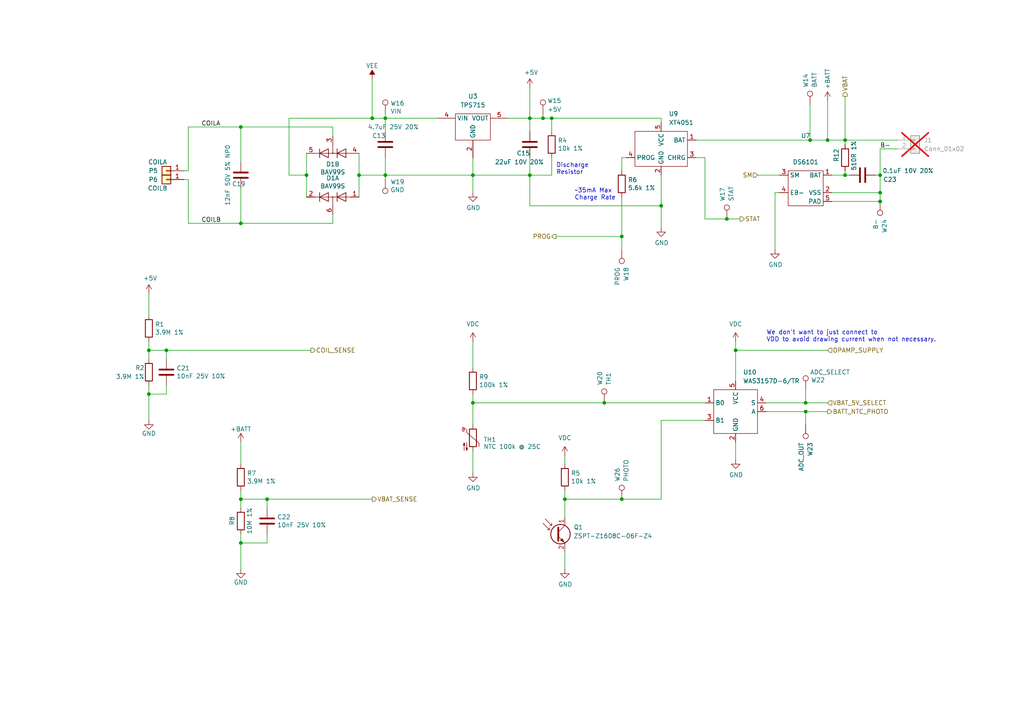
<source format=kicad_sch>
(kicad_sch (version 20250114) (generator "eeschema") (generator_version "9.0")
  (paper "A4")
  (title_block (title "Pixels D20 Schematic, Main") (date "2022-08-26") (rev "13") (company "Systemic Games, LLC") (comment 1 "Wireless Charging Circuitry"))
  (lib_symbols
    (symbol "Connector_Generic:Conn_01x01" (pin_names (offset 1.016) (hide yes))
      (property "Reference" "J" (at 0 2.54 0))
      (property "Value" "Conn_01x01" (at 0 -2.54 0))
      (symbol "Conn_01x01_1_1"
        (rectangle (start -1.27 1.27) (end 1.27 -1.27) (stroke (width 0.254)) (fill (type background)))
        (rectangle (start -1.27 0.127) (end 0 -0.127) (stroke (width 0.1524)))
        (pin passive line (at -5.08 0 0) (length 3.81) (name "Pin_1") (number "1"))
      )
    )
    (symbol "Connector_Generic:Conn_01x02" (pin_names (offset 1.016) (hide yes))
      (property "Reference" "J" (at 0 2.54 0))
      (property "Value" "Conn_01x02" (at 0 -5.08 0))
      (symbol "Conn_01x02_1_1"
        (rectangle (start -1.27 1.27) (end 1.27 -3.81) (stroke (width 0.254)) (fill (type background)))
        (rectangle (start -1.27 0.127) (end 0 -0.127) (stroke (width 0.1524)))
        (rectangle (start -1.27 -2.413) (end 0 -2.667) (stroke (width 0.1524)))
        (pin passive line (at -5.08 0 0) (length 3.81) (name "Pin_1") (number "1"))
        (pin passive line (at -5.08 -2.54 0) (length 3.81) (name "Pin_2") (number "2"))
      )
    )
    (symbol "Device:C" (pin_numbers (hide yes)) (pin_names (offset 0.254))
      (property "Reference" "C" (at 0.635 2.54 0))
      (property "Value" "C" (at 0.635 -2.54 0))
      (symbol "C_0_1"
        (polyline (pts (xy -2.032 0.762) (xy 2.032 0.762)) (stroke (width 0.508)))
        (polyline (pts (xy -2.032 -0.762) (xy 2.032 -0.762)) (stroke (width 0.508)))
      )
      (symbol "C_1_1"
        (pin passive line (at 0 3.81 270) (length 2.794) (name "~") (number "1"))
        (pin passive line (at 0 -3.81 90) (length 2.794) (name "~") (number "2"))
      )
    )
    (symbol "Device:Q_Photo_NPN" (pin_names (offset 0) (hide yes))
      (property "Reference" "Q" (at 5.08 1.27 0))
      (property "Value" "Q_Photo_NPN" (at 5.08 -1.27 0))
      (symbol "Q_Photo_NPN_0_1"
        (polyline (pts (xy -3.81 3.175) (xy -1.905 1.27) (xy -1.905 1.905)))
        (polyline (pts (xy -3.175 4.445) (xy -1.27 2.54) (xy -1.27 3.175)))
        (polyline (pts (xy -1.905 1.27) (xy -2.54 1.27)))
        (polyline (pts (xy -1.27 2.54) (xy -1.905 2.54)))
        (polyline (pts (xy 0.635 1.905) (xy 0.635 -1.905) (xy 0.635 -1.905)) (stroke (width 0.508)))
        (polyline (pts (xy 0.635 0.635) (xy 2.54 2.54)))
        (polyline (pts (xy 0.635 -0.635) (xy 2.54 -2.54) (xy 2.54 -2.54)))
        (circle (center 1.27 0) (radius 2.8194) (stroke (width 0.254)))
        (polyline (pts (xy 1.27 -1.778) (xy 1.778 -1.27) (xy 2.286 -2.286) (xy 1.27 -1.778) (xy 1.27 -1.778)) (fill (type outline)))
      )
      (symbol "Q_Photo_NPN_1_1"
        (pin passive line (at 2.54 5.08 270) (length 2.54) (name "C") (number "1"))
        (pin passive line (at 2.54 -5.08 90) (length 2.54) (name "E") (number "2"))
      )
    )
    (symbol "Device:R" (pin_numbers (hide yes)) (pin_names (offset 0))
      (property "Reference" "R" (at 2.032 0 90))
      (property "Value" "R" (at 0 0 90))
      (symbol "R_0_1"
        (rectangle (start -1.016 -2.54) (end 1.016 2.54) (stroke (width 0.254)))
      )
      (symbol "R_1_1"
        (pin passive line (at 0 3.81 270) (length 1.27) (name "~") (number "1"))
        (pin passive line (at 0 -3.81 90) (length 1.27) (name "~") (number "2"))
      )
    )
    (symbol "Device:Thermistor_NTC" (pin_numbers (hide yes)) (pin_names (offset 0))
      (property "Reference" "TH" (at -4.445 0 90))
      (property "Value" "Thermistor_NTC" (at 3.175 0 90))
      (symbol "Thermistor_NTC_0_1"
        (arc (start -3.175 2.413) (mid -3.0506 2.3165) (end -3.048 2.159))
        (arc (start -3.048 2.794) (mid -2.9736 2.9736) (end -2.794 3.048))
        (arc (start -2.794 3.048) (mid -2.6144 2.9736) (end -2.54 2.794))
        (arc (start -2.794 2.54) (mid -2.9736 2.6144) (end -3.048 2.794))
        (arc (start -2.794 1.905) (mid -2.9736 1.9794) (end -3.048 2.159))
        (arc (start -2.54 2.159) (mid -2.6144 1.9794) (end -2.794 1.905))
        (arc (start -2.159 2.794) (mid -2.434 2.5608) (end -2.794 2.54))
        (polyline (pts (xy -2.54 2.159) (xy -2.54 2.794)))
        (polyline (pts (xy -2.54 -3.683) (xy -2.54 -1.397) (xy -2.794 -2.159) (xy -2.286 -2.159) (xy -2.54 -1.397) (xy -2.54 -1.651)) (fill (type outline)))
        (polyline (pts (xy -1.778 2.54) (xy -1.778 1.524) (xy 1.778 -1.524) (xy 1.778 -2.54)))
        (polyline (pts (xy -1.778 -1.397) (xy -1.778 -3.683) (xy -2.032 -2.921) (xy -1.524 -2.921) (xy -1.778 -3.683) (xy -1.778 -3.429)) (fill (type outline)))
        (rectangle (start -1.016 2.54) (end 1.016 -2.54) (stroke (width 0.254)))
      )
      (symbol "Thermistor_NTC_1_1"
        (pin passive line (at 0 3.81 270) (length 1.27) (name "~") (number "1"))
        (pin passive line (at 0 -3.81 90) (length 1.27) (name "~") (number "2"))
      )
    )
    (symbol "Pixels-dice:BAV99S-diode" (pin_names (offset 0.0254) (hide yes))
      (property "Reference" "D" (at 0 2.54 0))
      (property "Value" "BAV99S-diode" (at 0 5.08 0))
      (symbol "BAV99S-diode_0_1"
        (polyline (pts (xy -5.08 0) (xy 5.08 0)))
        (polyline (pts (xy -3.81 1.27) (xy -1.27 0) (xy -3.81 -1.27) (xy -3.81 1.27) (xy -3.81 1.27) (xy -3.81 1.27)) (stroke (width 0.2032)))
        (polyline (pts (xy -1.27 -1.27) (xy -1.27 1.27) (xy -1.27 1.27)) (stroke (width 0.2032)))
        (polyline (pts (xy 0 0) (xy 0 -2.54)))
        (circle (center 0 0) (radius 0.127))
        (polyline (pts (xy 1.27 1.27) (xy 3.81 0) (xy 1.27 -1.27) (xy 1.27 1.27) (xy 1.27 1.27) (xy 1.27 1.27)) (stroke (width 0.2032)))
        (polyline (pts (xy 3.81 1.27) (xy 3.81 -1.27) (xy 3.81 -1.27)) (stroke (width 0.2032)))
      )
      (symbol "BAV99S-diode_1_1"
        (polyline (pts (xy 6.35 0) (xy 7.62 0)))
        (pin passive line (at -7.62 0 0) (length 2.54) (name "A1") (number "1"))
        (pin passive line (at 0 -5.08 90) (length 2.54) (name "K3A4") (number "6"))
        (pin passive line (at 7.62 0 180) (length 2.54) (name "K2") (number "2"))
      )
      (symbol "BAV99S-diode_2_1"
        (polyline (pts (xy 6.35 0) (xy 7.62 0)))
        (pin passive line (at -7.62 0 0) (length 2.54) (name "A3") (number "4"))
        (pin passive line (at 0 -5.08 90) (length 2.54) (name "K1A2") (number "3"))
        (pin passive line (at 7.62 0 180) (length 2.54) (name "K4") (number "5"))
      )
    )
    (symbol "Pixels-dice:DS6101"
      (property "Reference" "U" (at 3.556 -6.35 0))
      (property "Value" "DS6101" (at 0 0 0))
      (symbol "DS6101_0_1"
        (rectangle (start -5.08 5.08) (end 5.08 -5.08))
      )
      (symbol "DS6101_1_1"
        (pin input line (at -7.62 3.81 0) (length 2.54) (name "SM") (number "3"))
        (pin input line (at -7.62 -1.27 0) (length 2.54) (name "EB-") (number "4"))
        (pin power_in line (at 7.62 3.81 180) (length 2.54) (name "BAT") (number "1"))
        (pin power_in line (at 7.62 -1.27 180) (length 2.54) (name "VSS") (number "2"))
        (pin free line (at 7.62 -3.81 180) (length 2.54) (name "PAD") (number "5"))
      )
    )
    (symbol "Pixels-dice:TEST_1P-conn" (pin_numbers (hide yes)) (pin_names (offset 0.762) (hide yes))
      (property "Reference" "W" (at 0 6.858 0))
      (property "Value" "TEST_1P-conn" (at 0 5.08 0))
      (symbol "TEST_1P-conn_0_1"
        (circle (center 0 3.302) (radius 0.762))
      )
      (symbol "TEST_1P-conn_1_1"
        (pin passive line (at 0 0 90) (length 2.54) (name "1") (number "1"))
      )
    )
    (symbol "Pixels-dice:TPS715"
      (property "Reference" "U" (at 3.048 -5.08 0))
      (property "Value" "TPS715" (at -0.254 5.08 0))
      (symbol "TPS715_0_1"
        (rectangle (start -5.08 3.81) (end 5.08 -3.81))
      )
      (symbol "TPS715_1_1"
        (pin power_in line (at -10.16 2.54 0) (length 5.08) (name "VIN") (number "4"))
        (pin power_in line (at 0 -8.89 90) (length 5.08) (name "GND") (number "2"))
        (pin power_out line (at 10.16 2.54 180) (length 5.08) (name "VOUT") (number "5"))
      )
    )
    (symbol "Pixels-dice:WAS3157D-6/TR"
      (property "Reference" "U" (at 3.81 -7.874 0))
      (property "Value" "WAS3157D-6/TR" (at 12.954 7.62 0))
      (symbol "WAS3157D-6/TR_0_1"
        (rectangle (start -6.35 6.35) (end 6.35 -6.35))
      )
      (symbol "WAS3157D-6/TR_1_1"
        (pin bidirectional line (at -8.89 2.54 0) (length 2.54) (name "B0") (number "1"))
        (pin bidirectional line (at -8.89 -2.54 0) (length 2.54) (name "B1") (number "3"))
        (pin power_in line (at 0 8.89 270) (length 2.54) (name "VCC") (number "5"))
        (pin power_in line (at 0 -8.89 90) (length 2.54) (name "GND") (number "2"))
        (pin input line (at 8.89 2.54 180) (length 2.54) (name "S") (number "4"))
        (pin bidirectional line (at 8.89 0 180) (length 2.54) (name "A") (number "6"))
      )
    )
    (symbol "Pixels-dice:XT4051"
      (property "Reference" "U" (at 5.334 -6.35 0))
      (property "Value" "XT4051" (at 0 1.27 0))
      (symbol "XT4051_0_1"
        (rectangle (start -7.62 5.08) (end 7.62 -5.08))
      )
      (symbol "XT4051_1_1"
        (pin input line (at -10.16 -2.54 0) (length 2.54) (name "PROG") (number "4"))
        (pin power_in line (at 0 7.62 270) (length 2.54) (name "VCC") (number "5"))
        (pin power_in line (at 0 -7.62 90) (length 2.54) (name "GND") (number "2"))
        (pin power_out line (at 10.16 2.54 180) (length 2.54) (name "BAT") (number "1"))
        (pin output line (at 10.16 -2.54 180) (length 2.54) (name "CHRG") (number "3"))
      )
    )
    (symbol "power:+5V" (power) (pin_names (offset 0))
      (property "Value" "+5V" (at 0 3.556 0))
      (symbol "+5V_0_1"
        (polyline (pts (xy -0.762 1.27) (xy 0 2.54)))
        (polyline (pts (xy 0 2.54) (xy 0.762 1.27)))
        (polyline (pts (xy 0 0) (xy 0 2.54)))
      )
      (symbol "+5V_1_1"
        (pin power_in line (at 0 0 90) (length 0) (hide yes) (name "+5V") (number "1"))
      )
    )
    (symbol "power:+BATT" (power) (pin_names (offset 0))
      (property "Value" "+BATT" (at 0 3.556 0))
      (symbol "+BATT_0_1"
        (polyline (pts (xy -0.762 1.27) (xy 0 2.54)))
        (polyline (pts (xy 0 2.54) (xy 0.762 1.27)))
        (polyline (pts (xy 0 0) (xy 0 2.54)))
      )
      (symbol "+BATT_1_1"
        (pin power_in line (at 0 0 90) (length 0) (hide yes) (name "+BATT") (number "1"))
      )
    )
    (symbol "power:GND" (power) (pin_names (offset 0))
      (property "Value" "GND" (at 0 -3.81 0))
      (symbol "GND_0_1"
        (polyline (pts (xy 0 0) (xy 0 -1.27) (xy 1.27 -1.27) (xy 0 -2.54) (xy -1.27 -1.27) (xy 0 -1.27)))
      )
      (symbol "GND_1_1"
        (pin power_in line (at 0 0 270) (length 0) (hide yes) (name "GND") (number "1"))
      )
    )
    (symbol "power:VDC" (power) (pin_numbers (hide yes)) (pin_names (offset 0) (hide yes))
      (property "Value" "VDC" (at 0 3.556 0))
      (symbol "VDC_0_1"
        (polyline (pts (xy -0.762 1.27) (xy 0 2.54)))
        (polyline (pts (xy 0 2.54) (xy 0.762 1.27)))
        (polyline (pts (xy 0 0) (xy 0 2.54)))
      )
      (symbol "VDC_1_1"
        (pin power_in line (at 0 0 90) (length 0) (name "~") (number "1"))
      )
    )
    (symbol "power:VEE" (power) (pin_names (offset 0))
      (property "Value" "VEE" (at 0 3.81 0))
      (symbol "VEE_0_1"
        (polyline (pts (xy 0 0) (xy 0 2.54)))
        (polyline (pts (xy 0.762 1.27) (xy -0.762 1.27) (xy 0 2.54) (xy 0.762 1.27)) (fill (type outline)))
      )
      (symbol "VEE_1_1"
        (pin power_in line (at 0 0 90) (length 0) (hide yes) (name "VEE") (number "1"))
      )
    )
  )
  (text "We don't want to just connect to\nVDD to avoid drawing current when not necessary." (at 222.25 99.314 0) (effects (font (size 1.27 1.27)) (justify left bottom)))
  (text "~35mA Max\nCharge Rate" (at 166.624 58.166 0) (effects (font (size 1.27 1.27)) (justify left bottom)))
  (text "Discharge\nResistor" (at 161.29 50.8 0) (effects (font (size 1.27 1.27)) (justify left bottom)))
  (junction (at 88.9 50.8))
  (junction (at 245.11 40.64))
  (junction (at 255.27 50.8))
  (junction (at 43.18 101.6))
  (junction (at 43.18 114.3))
  (junction (at 191.77 59.69))
  (junction (at 255.27 58.42))
  (junction (at 163.83 144.78))
  (junction (at 77.47 144.78))
  (junction (at 160.02 34.29))
  (junction (at 180.34 144.78))
  (junction (at 153.67 50.8))
  (junction (at 240.03 40.64))
  (junction (at 137.16 50.8))
  (junction (at 111.76 50.8))
  (junction (at 69.85 36.83))
  (junction (at 137.16 116.84))
  (junction (at 175.26 116.84))
  (junction (at 111.76 34.29))
  (junction (at 255.27 55.88))
  (junction (at 233.68 119.38))
  (junction (at 233.68 116.84))
  (junction (at 69.85 157.48))
  (junction (at 48.26 101.6))
  (junction (at 234.95 40.64))
  (junction (at 153.67 34.29))
  (junction (at 69.85 64.77))
  (junction (at 213.36 101.6))
  (junction (at 157.48 34.29))
  (junction (at 245.11 50.8))
  (junction (at 69.85 144.78))
  (junction (at 104.14 50.8))
  (junction (at 210.82 63.5))
  (junction (at 107.95 34.29))
  (junction (at 180.34 68.58))
  (wire (pts (xy 245.11 40.64) (xy 245.11 41.91)))
  (wire (pts (xy 160.02 45.72) (xy 160.02 50.8)))
  (wire (pts (xy 180.34 57.15) (xy 180.34 68.58)))
  (wire (pts (xy 153.67 59.69) (xy 191.77 59.69)))
  (wire (pts (xy 245.11 50.8) (xy 241.3 50.8)))
  (wire (pts (xy 213.36 101.6) (xy 213.36 110.49)))
  (wire (pts (xy 233.68 119.38) (xy 240.03 119.38)))
  (wire (pts (xy 69.85 64.77) (xy 54.61 64.77)))
  (wire (pts (xy 234.95 40.64) (xy 240.03 40.64)))
  (wire (pts (xy 180.34 144.78) (xy 191.77 144.78)))
  (wire (pts (xy 77.47 157.48) (xy 69.85 157.48)))
  (wire (pts (xy 43.18 111.76) (xy 43.18 114.3)))
  (wire (pts (xy 153.67 50.8) (xy 153.67 59.69)))
  (wire (pts (xy 222.25 116.84) (xy 233.68 116.84)))
  (wire (pts (xy 255.27 43.18) (xy 260.35 43.18)))
  (wire (pts (xy 111.76 34.29) (xy 127 34.29)))
  (wire (pts (xy 147.32 34.29) (xy 153.67 34.29)))
  (wire (pts (xy 157.48 33.02) (xy 157.48 34.29)))
  (wire (pts (xy 204.47 63.5) (xy 210.82 63.5)))
  (wire (pts (xy 43.18 91.44) (xy 43.18 85.09)))
  (wire (pts (xy 163.83 142.24) (xy 163.83 144.78)))
  (wire (pts (xy 69.85 36.83) (xy 54.61 36.83)))
  (wire (pts (xy 160.02 34.29) (xy 160.02 38.1)))
  (wire (pts (xy 245.11 27.94) (xy 245.11 40.64)))
  (wire (pts (xy 153.67 25.4) (xy 153.67 34.29)))
  (wire (pts (xy 245.11 40.64) (xy 240.03 40.64)))
  (wire (pts (xy 54.61 64.77) (xy 54.61 52.07)))
  (wire (pts (xy 163.83 132.08) (xy 163.83 134.62)))
  (wire (pts (xy 88.9 44.45) (xy 88.9 50.8)))
  (wire (pts (xy 153.67 50.8) (xy 153.67 45.72)))
  (wire (pts (xy 163.83 144.78) (xy 180.34 144.78)))
  (wire (pts (xy 254 50.8) (xy 255.27 50.8)))
  (wire (pts (xy 160.02 34.29) (xy 191.77 34.29)))
  (wire (pts (xy 234.95 30.48) (xy 234.95 40.64)))
  (wire (pts (xy 204.47 45.72) (xy 204.47 63.5)))
  (wire (pts (xy 43.18 99.06) (xy 43.18 101.6)))
  (wire (pts (xy 54.61 49.53) (xy 53.34 49.53)))
  (wire (pts (xy 43.18 114.3) (xy 43.18 121.92)))
  (wire (pts (xy 43.18 104.14) (xy 43.18 101.6)))
  (wire (pts (xy 137.16 99.06) (xy 137.16 106.68)))
  (wire (pts (xy 54.61 36.83) (xy 54.61 49.53)))
  (wire (pts (xy 88.9 50.8) (xy 88.9 57.15)))
  (wire (pts (xy 157.48 34.29) (xy 160.02 34.29)))
  (wire (pts (xy 104.14 44.45) (xy 104.14 50.8)))
  (wire (pts (xy 137.16 50.8) (xy 153.67 50.8)))
  (wire (pts (xy 255.27 55.88) (xy 241.3 55.88)))
  (wire (pts (xy 104.14 50.8) (xy 104.14 57.15)))
  (wire (pts (xy 111.76 33.02) (xy 111.76 34.29)))
  (wire (pts (xy 77.47 144.78) (xy 69.85 144.78)))
  (wire (pts (xy 240.03 101.6) (xy 213.36 101.6)))
  (wire (pts (xy 77.47 154.94) (xy 77.47 157.48)))
  (wire (pts (xy 48.26 111.76) (xy 48.26 114.3)))
  (wire (pts (xy 137.16 116.84) (xy 175.26 116.84)))
  (wire (pts (xy 222.25 119.38) (xy 233.68 119.38)))
  (wire (pts (xy 233.68 119.38) (xy 233.68 123.19)))
  (wire (pts (xy 43.18 101.6) (xy 48.26 101.6)))
  (wire (pts (xy 137.16 114.3) (xy 137.16 116.84)))
  (wire (pts (xy 163.83 160.02) (xy 163.83 165.1)))
  (wire (pts (xy 245.11 50.8) (xy 246.38 50.8)))
  (wire (pts (xy 96.52 62.23) (xy 96.52 64.77)))
  (wire (pts (xy 111.76 34.29) (xy 111.76 38.1)))
  (wire (pts (xy 137.16 50.8) (xy 137.16 55.88)))
  (wire (pts (xy 204.47 45.72) (xy 201.93 45.72)))
  (wire (pts (xy 233.68 116.84) (xy 240.03 116.84)))
  (wire (pts (xy 137.16 130.81) (xy 137.16 137.16)))
  (wire (pts (xy 213.36 99.06) (xy 213.36 101.6)))
  (wire (pts (xy 69.85 144.78) (xy 69.85 147.32)))
  (wire (pts (xy 69.85 128.27) (xy 69.85 134.62)))
  (wire (pts (xy 69.85 154.94) (xy 69.85 157.48)))
  (wire (pts (xy 77.47 144.78) (xy 107.95 144.78)))
  (wire (pts (xy 175.26 116.84) (xy 204.47 116.84)))
  (wire (pts (xy 240.03 29.21) (xy 240.03 40.64)))
  (wire (pts (xy 48.26 101.6) (xy 90.17 101.6)))
  (wire (pts (xy 69.85 54.61) (xy 69.85 64.77)))
  (wire (pts (xy 111.76 50.8) (xy 104.14 50.8)))
  (wire (pts (xy 241.3 58.42) (xy 255.27 58.42)))
  (wire (pts (xy 191.77 35.56) (xy 191.77 34.29)))
  (wire (pts (xy 48.26 104.14) (xy 48.26 101.6)))
  (wire (pts (xy 191.77 50.8) (xy 191.77 59.69)))
  (wire (pts (xy 161.29 68.58) (xy 180.34 68.58)))
  (wire (pts (xy 213.36 128.27) (xy 213.36 133.35)))
  (wire (pts (xy 233.68 113.03) (xy 233.68 116.84)))
  (wire (pts (xy 224.79 55.88) (xy 224.79 72.39)))
  (wire (pts (xy 210.82 63.5) (xy 214.63 63.5)))
  (wire (pts (xy 153.67 34.29) (xy 153.67 38.1)))
  (wire (pts (xy 83.82 34.29) (xy 107.95 34.29)))
  (wire (pts (xy 137.16 45.72) (xy 137.16 50.8)))
  (wire (pts (xy 54.61 52.07) (xy 53.34 52.07)))
  (wire (pts (xy 69.85 36.83) (xy 96.52 36.83)))
  (wire (pts (xy 88.9 50.8) (xy 83.82 50.8)))
  (wire (pts (xy 77.47 144.78) (xy 77.47 147.32)))
  (wire (pts (xy 48.26 114.3) (xy 43.18 114.3)))
  (wire (pts (xy 219.71 50.8) (xy 226.06 50.8)))
  (wire (pts (xy 181.61 45.72) (xy 180.34 45.72)))
  (wire (pts (xy 111.76 52.07) (xy 111.76 50.8)))
  (wire (pts (xy 160.02 50.8) (xy 153.67 50.8)))
  (wire (pts (xy 69.85 142.24) (xy 69.85 144.78)))
  (wire (pts (xy 255.27 58.42) (xy 255.27 55.88)))
  (wire (pts (xy 153.67 34.29) (xy 157.48 34.29)))
  (wire (pts (xy 245.11 40.64) (xy 260.35 40.64)))
  (wire (pts (xy 191.77 144.78) (xy 191.77 121.92)))
  (wire (pts (xy 201.93 40.64) (xy 234.95 40.64)))
  (wire (pts (xy 83.82 50.8) (xy 83.82 34.29)))
  (wire (pts (xy 69.85 157.48) (xy 69.85 165.1)))
  (wire (pts (xy 107.95 22.86) (xy 107.95 34.29)))
  (wire (pts (xy 111.76 45.72) (xy 111.76 50.8)))
  (wire (pts (xy 191.77 121.92) (xy 204.47 121.92)))
  (wire (pts (xy 111.76 50.8) (xy 137.16 50.8)))
  (wire (pts (xy 96.52 39.37) (xy 96.52 36.83)))
  (wire (pts (xy 163.83 144.78) (xy 163.83 149.86)))
  (wire (pts (xy 180.34 45.72) (xy 180.34 49.53)))
  (wire (pts (xy 180.34 68.58) (xy 180.34 72.39)))
  (wire (pts (xy 69.85 46.99) (xy 69.85 36.83)))
  (wire (pts (xy 191.77 59.69) (xy 191.77 66.04)))
  (wire (pts (xy 224.79 55.88) (xy 226.06 55.88)))
  (wire (pts (xy 245.11 49.53) (xy 245.11 50.8)))
  (wire (pts (xy 255.27 50.8) (xy 255.27 55.88)))
  (wire (pts (xy 255.27 43.18) (xy 255.27 50.8)))
  (wire (pts (xy 107.95 34.29) (xy 111.76 34.29)))
  (wire (pts (xy 137.16 116.84) (xy 137.16 123.19)))
  (wire (pts (xy 69.85 64.77) (xy 96.52 64.77)))
  (label "COILB" (at 58.42 64.77 0))
  (label "COILA" (at 58.42 36.83 0))
  (label "B-" (at 255.27 43.18 0))
  (hierarchical_label "PROG" (shape output) (at 161.29 68.58 180))
  (hierarchical_label "VBAT_5V_SELECT" (shape input) (at 240.03 116.84 0))
  (hierarchical_label "VBAT" (shape output) (at 245.11 27.94 90))
  (hierarchical_label "SM" (shape input) (at 219.71 50.8 180))
  (hierarchical_label "VBAT_SENSE" (shape output) (at 107.95 144.78 0))
  (hierarchical_label "COIL_SENSE" (shape output) (at 90.17 101.6 0))
  (hierarchical_label "STAT" (shape output) (at 214.63 63.5 0))
  (hierarchical_label "BATT_NTC_PHOTO" (shape output) (at 240.03 119.38 0))
  (hierarchical_label "OPAMP_SUPPLY" (shape input) (at 240.03 101.6 0))
  (symbol (lib_id "power:GND") (at 224.79 72.39 0) (unit 1)
    (property "Reference" "#PWR052" (effects (hide yes)))
    (property "Value" "GND" (at 224.917 76.7842 0))
  )
  (symbol (lib_id "Pixels-dice:TPS715") (at 137.16 36.83 0) (unit 1)
    (property "Reference" "U3" (at 137.16 27.94 0))
    (property "Value" "TPS715" (at 137.16 30.48 0))
    (property "Footprint" "Package_TO_SOT_SMD:SOT-353_SC-70-5" (effects (hide yes)))
    (property "LCSC Part Number" "C7202975" (effects (hide yes)))
    (property "Manufacturer" "TECH PUBLIC" (effects (hide yes)))
    (property "Part Number" "TPS71550DCKR-TP" (effects (hide yes)))
    (property "Alternate Manufacturer" "Texas Instruments" (effects (hide yes)))
    (property "Alternate PN" "TPS71550DCKR" (effects (hide yes)))
    (property "JLCPCB Part Number" "C571193" (effects (hide yes)))
  )
  (symbol (lib_id "Pixels-dice:TEST_1P-conn") (at 233.68 123.19 180) (unit 1) (in_bom no)
    (property "Reference" "W23" (at 234.95 128.27 90) (effects (justify left)))
    (property "Value" "ADC_OUT" (at 232.41 128.27 90) (effects (justify left)))
    (property "Footprint" "Pixels-dice:TEST_PIN" (effects (hide yes)))
    (property "Generic OK" "N/A" (effects (hide yes)))
  )
  (symbol (lib_id "Device:C") (at 111.76 41.91 0) (unit 1)
    (property "Reference" "C13" (at 107.95 39.37 0) (effects (justify left)))
    (property "Value" "4.7uF 25V 20%" (at 106.68 36.83 0) (effects (justify left)))
    (property "Footprint" "Capacitor_SMD:C_0402_1005Metric" (effects (hide yes)))
    (property "Generic OK" "YES" (effects (hide yes)))
    (property "Manufacturer" "HRE" (effects (hide yes)))
    (property "LCSC Part Number" "C6119795" (effects (hide yes)))
    (property "Part Number" "CGA0402X5R475M250GT" (effects (hide yes)))
  )
  (symbol (lib_id "Device:R") (at 137.16 110.49 0) (unit 1)
    (property "Reference" "R9" (at 138.938 109.3216 0) (effects (justify left)))
    (property "Value" "100k 1%" (at 138.938 111.633 0) (effects (justify left)))
    (property "Footprint" "Resistor_SMD:R_0201_0603Metric" (effects (hide yes)))
    (property "Generic OK" "YES" (effects (hide yes)))
    (property "Manufacturer" "UNI-ROYAL(Uniroyal Elec)" (effects (hide yes)))
    (property "LCSC Part Number" "C270364" (effects (hide yes)))
    (property "Part Number" "0201WMF1003TEE" (effects (hide yes)))
  )
  (symbol (lib_id "Device:R") (at 163.83 138.43 0) (unit 1)
    (property "Reference" "R5" (at 165.608 137.2616 0) (effects (justify left)))
    (property "Value" "10k 1%" (at 165.608 139.573 0) (effects (justify left)))
    (property "Footprint" "Resistor_SMD:R_0201_0603Metric" (effects (hide yes)))
    (property "Generic OK" "YES" (effects (hide yes)))
    (property "Manufacturer" "UNI-ROYAL(Uniroyal Elec)" (effects (hide yes)))
    (property "LCSC Part Number" "C473048" (effects (hide yes)))
    (property "Part Number" "0201WMF1002TEE" (effects (hide yes)))
  )
  (symbol (lib_id "Pixels-dice:TEST_1P-conn") (at 111.76 33.02 0) (unit 1) (in_bom no)
    (property "Reference" "W16" (at 113.2332 29.972 0) (effects (justify left)))
    (property "Value" "VIN" (at 113.2332 32.2834 0) (effects (justify left)))
    (property "Footprint" "Pixels-dice:TEST_PIN" (effects (hide yes)))
    (property "Generic OK" "N/A" (effects (hide yes)))
  )
  (symbol (lib_id "Device:R") (at 160.02 41.91 0) (unit 1)
    (property "Reference" "R4" (at 161.798 40.7416 0) (effects (justify left)))
    (property "Value" "10k 1%" (at 161.798 43.053 0) (effects (justify left)))
    (property "Footprint" "Resistor_SMD:R_0201_0603Metric" (effects (hide yes)))
    (property "Generic OK" "YES" (effects (hide yes)))
    (property "Manufacturer" "UNI-ROYAL(Uniroyal Elec)" (effects (hide yes)))
    (property "LCSC Part Number" "C473048" (effects (hide yes)))
    (property "Part Number" "0201WMF1002TEE" (effects (hide yes)))
  )
  (symbol (lib_id "Device:Thermistor_NTC") (at 137.16 127 0) (unit 1)
    (property "Reference" "TH1" (at 140.208 127.508 0) (effects (justify left)))
    (property "Value" "NTC 100k @ 25C" (at 140.208 129.54 0) (effects (justify left)))
    (property "Footprint" "Pixels-dice:R_0402_1005Metric" (effects (hide yes)))
    (property "Generic OK" "NO" (effects (hide yes)))
    (property "Manufacturer" "TDK" (effects (hide yes)))
    (property "LCSC Part Number" "C107344" (effects (hide yes)))
    (property "Part Number" "NTCG104EF104FT1X" (effects (hide yes)))
  )
  (symbol (lib_id "power:VEE") (at 107.95 22.86 0) (unit 1)
    (property "Reference" "#PWR032" (effects (hide yes)))
    (property "Value" "VEE" (at 107.95 19.05 0))
  )
  (symbol (lib_id "power:+5V") (at 43.18 85.09 0) (unit 1)
    (property "Reference" "#PWR057" (effects (hide yes)))
    (property "Value" "+5V" (at 43.561 80.6958 0))
  )
  (symbol (lib_id "Device:C") (at 69.85 50.8 0) (unit 1)
    (property "Reference" "C19" (at 67.31 53.34 0) (effects (justify left)))
    (property "Value" "12nF 50V 5% NP0" (at 66.04 59.69 90) (effects (justify left)))
    (property "Footprint" "Capacitor_SMD:C_0805_2012Metric" (effects (hide yes)))
    (property "Generic OK" "NO" (effects (hide yes)))
    (property "Manufacturer" "Murata" (effects (hide yes)))
    (property "LCSC Part Number" "C97906" (effects (hide yes)))
    (property "Part Number" "GRM2195C1H123JA01D" (effects (hide yes)))
  )
  (symbol (lib_id "Device:C") (at 250.19 50.8 90) (unit 1)
    (property "Reference" "C23" (at 260.096 52.07 90) (effects (justify left)))
    (property "Value" "0.1uF 10V 20%" (at 270.764 49.53 90) (effects (justify left)))
    (property "Footprint" "Capacitor_SMD:C_0201_0603Metric" (effects (hide yes)))
    (property "Generic OK" "YES" (effects (hide yes)))
    (property "Manufacturer" "HRE" (effects (hide yes)))
    (property "LCSC Part Number" "C6119757" (effects (hide yes)))
    (property "Part Number" "CGA0201X5R104K100ET" (effects (hide yes)))
  )
  (symbol (lib_id "Device:R") (at 180.34 53.34 0) (unit 1)
    (property "Reference" "R6" (at 182.118 52.1716 0) (effects (justify left)))
    (property "Value" "5.6k 1%" (at 182.118 54.483 0) (effects (justify left)))
    (property "Footprint" "Resistor_SMD:R_0201_0603Metric" (effects (hide yes)))
    (property "Generic OK" "YES" (effects (hide yes)))
    (property "Manufacturer" "UNI-ROYAL(Uniroyal Elec)" (effects (hide yes)))
    (property "LCSC Part Number" "C965305" (effects (hide yes)))
    (property "Part Number" "NQ01WMJ0562TEE" (effects (hide yes)))
  )
  (symbol (lib_id "Pixels-dice:TEST_1P-conn") (at 255.27 58.42 180) (unit 1) (in_bom no)
    (property "Reference" "W24" (at 256.54 63.5 90) (effects (justify left)))
    (property "Value" "B-" (at 254 63.5 90) (effects (justify left)))
    (property "Footprint" "Pixels-dice:TEST_PIN" (effects (hide yes)))
    (property "Generic OK" "N/A" (effects (hide yes)))
  )
  (symbol (lib_id "Device:R") (at 69.85 138.43 0) (unit 1)
    (property "Reference" "R7" (at 71.628 137.2616 0) (effects (justify left)))
    (property "Value" "3.9M 1%" (at 71.628 139.573 0) (effects (justify left)))
    (property "Footprint" "Resistor_SMD:R_0201_0603Metric" (effects (hide yes)))
    (property "Generic OK" "YES" (effects (hide yes)))
    (property "Manufacturer" "UNI-ROYAL(Uniroyal Elec)" (effects (hide yes)))
    (property "LCSC Part Number" "C423545" (effects (hide yes)))
    (property "Part Number" "0201WMF3904TEE" (effects (hide yes)))
    (property "Alternate Manufacturer" "RALEC" (effects (hide yes)))
    (property "Alternate PN" "RTT013904FTH" (effects (hide yes)))
    (property "JLCPCB Part Number" "C166210" (effects (hide yes)))
  )
  (symbol (lib_id "power:+BATT") (at 69.85 128.27 0) (unit 1)
    (property "Reference" "#PWR058" (effects (hide yes)))
    (property "Value" "+BATT" (at 69.85 124.46 0))
  )
  (symbol (lib_id "Device:R") (at 69.85 151.13 0) (unit 1)
    (property "Reference" "R8" (at 67.31 152.4 90) (effects (justify left)))
    (property "Value" "10M 1%" (at 72.39 154.94 90) (effects (justify left)))
    (property "Footprint" "Resistor_SMD:R_0201_0603Metric" (effects (hide yes)))
    (property "Generic OK" "YES" (effects (hide yes)))
    (property "Manufacturer" "UNI-ROYAL(Uniroyal Elec)" (effects (hide yes)))
    (property "LCSC Part Number" "C423797" (effects (hide yes)))
    (property "Part Number" "0201WMF1005TEE" (effects (hide yes)))
  )
  (symbol (lib_id "power:VDC") (at 213.36 99.06 0) (unit 1)
    (property "Reference" "#PWR013" (effects (hide yes)))
    (property "Value" "VDC" (at 213.36 93.98 0))
    (property "Description" "Power symbol creates a global label with name \"VDC\"" (effects (hide yes)))
  )
  (symbol (lib_id "Pixels-dice:TEST_1P-conn") (at 180.34 144.78 0) (unit 1) (in_bom no)
    (property "Reference" "W26" (at 179.07 139.7 90) (effects (justify left)))
    (property "Value" "PHOTO" (at 181.61 139.7 90) (effects (justify left)))
    (property "Footprint" "Pixels-dice:TEST_PIN" (effects (hide yes)))
    (property "Generic OK" "N/A" (effects (hide yes)))
  )
  (symbol (lib_id "Device:R") (at 43.18 95.25 0) (unit 1)
    (property "Reference" "R1" (at 44.958 94.0816 0) (effects (justify left)))
    (property "Value" "3.9M 1%" (at 44.958 96.393 0) (effects (justify left)))
    (property "Footprint" "Resistor_SMD:R_0201_0603Metric" (effects (hide yes)))
    (property "Generic OK" "YES" (effects (hide yes)))
    (property "Manufacturer" "UNI-ROYAL(Uniroyal Elec)" (effects (hide yes)))
    (property "LCSC Part Number" "C423545" (effects (hide yes)))
    (property "Part Number" "0201WMF3904TEE" (effects (hide yes)))
    (property "Alternate Manufacturer" "RALEC" (effects (hide yes)))
    (property "Alternate PN" "RTT013904FTH" (effects (hide yes)))
    (property "JLCPCB Part Number" "C166210" (effects (hide yes)))
  )
  (symbol (lib_id "Device:R") (at 43.18 107.95 180) (unit 1)
    (property "Reference" "R2" (at 41.91 106.68 0) (effects (justify left)))
    (property "Value" "3.9M 1%" (at 41.91 109.22 0) (effects (justify left)))
    (property "Footprint" "Resistor_SMD:R_0201_0603Metric" (effects (hide yes)))
    (property "Generic OK" "YES" (effects (hide yes)))
    (property "Manufacturer" "UNI-ROYAL(Uniroyal Elec)" (effects (hide yes)))
    (property "LCSC Part Number" "C423545" (effects (hide yes)))
    (property "Part Number" "0201WMF3904TEE" (effects (hide yes)))
    (property "Alternate Manufacturer" "RALEC" (effects (hide yes)))
    (property "Alternate PN" "RTT013904FTH" (effects (hide yes)))
    (property "JLCPCB Part Number" "C166210" (effects (hide yes)))
  )
  (symbol (lib_id "power:GND") (at 69.85 165.1 0) (unit 1)
    (property "Reference" "#PWR060" (effects (hide yes)))
    (property "Value" "GND" (at 69.85 168.91 0))
  )
  (symbol (lib_id "power:+5V") (at 153.67 25.4 0) (unit 1)
    (property "Reference" "#PWR040" (effects (hide yes)))
    (property "Value" "+5V" (at 154.051 21.0058 0))
  )
  (symbol (lib_id "Device:C") (at 77.47 151.13 0) (unit 1)
    (property "Reference" "C22" (at 80.391 149.9616 0) (effects (justify left)))
    (property "Value" "10nF 25V 10%" (at 80.391 152.273 0) (effects (justify left)))
    (property "Footprint" "Capacitor_SMD:C_0201_0603Metric" (effects (hide yes)))
    (property "Generic OK" "YES" (effects (hide yes)))
    (property "Manufacturer" "HRE" (effects (hide yes)))
    (property "LCSC Part Number" "C7503521" (effects (hide yes)))
    (property "Part Number" "CGA0201X5R103K250ET" (effects (hide yes)))
    (property "Alternate Manufacturer" "Murata Electronics" (effects (hide yes)))
    (property "Alternate PN" "GRM033R71A103KA01D" (effects (hide yes)))
    (property "JLCPCB Part Number" "C76941" (effects (hide yes)))
  )
  (symbol (lib_id "Pixels-dice:TEST_1P-conn") (at 210.82 63.5 0) (unit 1) (in_bom no)
    (property "Reference" "W17" (at 209.55 58.42 90) (effects (justify left)))
    (property "Value" "STAT" (at 212.09 58.42 90) (effects (justify left)))
    (property "Footprint" "Pixels-dice:TEST_PIN" (effects (hide yes)))
    (property "Generic OK" "N/A" (effects (hide yes)))
  )
  (symbol (lib_id "Pixels-dice:TEST_1P-conn") (at 233.68 113.03 0) (unit 1) (in_bom no)
    (property "Reference" "W22" (at 235.204 110.236 0) (effects (justify left)))
    (property "Value" "ADC_SELECT" (at 234.95 107.95 0) (effects (justify left)))
    (property "Footprint" "Pixels-dice:TEST_PIN" (effects (hide yes)))
    (property "Generic OK" "N/A" (effects (hide yes)))
  )
  (symbol (lib_id "Device:R") (at 245.11 45.72 0) (unit 1)
    (property "Reference" "R12" (at 242.57 46.99 90) (effects (justify left)))
    (property "Value" "510R 1%" (at 247.65 49.53 90) (effects (justify left)))
    (property "Footprint" "Resistor_SMD:R_0201_0603Metric" (effects (hide yes)))
    (property "Generic OK" "YES" (effects (hide yes)))
    (property "Manufacturer" "UNI-ROYAL(Uniroyal Elec)" (effects (hide yes)))
    (property "LCSC Part Number" "C965307" (effects (hide yes)))
    (property "Part Number" "NQ01WMJ0511TEE" (effects (hide yes)))
  )
  (symbol (lib_id "power:GND") (at 191.77 66.04 0) (unit 1)
    (property "Reference" "#PWR051" (effects (hide yes)))
    (property "Value" "GND" (at 191.897 70.4342 0))
  )
  (symbol (lib_id "power:GND") (at 137.16 55.88 0) (unit 1)
    (property "Reference" "#PWR050" (effects (hide yes)))
    (property "Value" "GND" (at 137.287 60.2742 0))
  )
  (symbol (lib_id "power:+BATT") (at 240.03 29.21 0) (unit 1)
    (property "Reference" "#PWR041" (effects (hide yes)))
    (property "Value" "+BATT" (at 240.03 22.86 90))
  )
  (symbol (lib_id "power:VDC") (at 163.83 132.08 0) (unit 1)
    (property "Reference" "#PWR043" (effects (hide yes)))
    (property "Value" "VDC" (at 163.83 127 0))
    (property "Description" "Power symbol creates a global label with name \"VDC\"" (effects (hide yes)))
  )
  (symbol (lib_id "Pixels-dice:WAS3157D-6/TR") (at 213.36 119.38 0) (unit 1)
    (property "Reference" "U10" (at 215.5033 107.95 0) (effects (justify left)))
    (property "Value" "WAS3157D-6/TR" (at 215.5033 110.49 0) (effects (justify left)))
    (property "Footprint" "Pixels-dice:DFN1109-6" (effects (hide yes)))
    (property "LCSC Part Number" "C2939860" (effects (hide yes)))
    (property "Manufacturer" "WILLSEMI(Will Semicon)" (effects (hide yes)))
    (property "Part Number" "WAS3157D-6/TR" (effects (hide yes)))
  )
  (symbol (lib_id "Pixels-dice:TEST_1P-conn") (at 180.34 72.39 180) (unit 1) (in_bom no)
    (property "Reference" "W18" (at 181.61 77.47 90) (effects (justify left)))
    (property "Value" "PROG" (at 179.07 77.47 90) (effects (justify left)))
    (property "Footprint" "Pixels-dice:TEST_PIN" (effects (hide yes)))
    (property "Generic OK" "N/A" (effects (hide yes)))
  )
  (symbol (lib_id "Pixels-dice:XT4051") (at 191.77 43.18 0) (unit 1)
    (property "Reference" "U9" (at 193.9641 33.02 0) (effects (justify left)))
    (property "Value" "XT4051" (at 193.9641 35.56 0) (effects (justify left)))
    (property "Footprint" "Package_TO_SOT_SMD:SOT-553" (effects (hide yes)))
    (property "LCSC Part Number" "C219186" (effects (hide yes)))
    (property "Manufacturer" "NATLINEAR" (effects (hide yes)))
    (property "Part Number" "XT4051K421KR-G" (effects (hide yes)))
  )
  (symbol (lib_id "Device:C") (at 153.67 41.91 0) (unit 1)
    (property "Reference" "C15" (at 149.86 44.45 0) (effects (justify left)))
    (property "Value" "22uF 10V 20%" (at 143.51 46.99 0) (effects (justify left)))
    (property "Footprint" "Capacitor_SMD:C_0603_1608Metric" (effects (hide yes)))
    (property "Generic OK" "YES" (effects (hide yes)))
    (property "Manufacturer" "HRE" (effects (hide yes)))
    (property "LCSC Part Number" "C6119863" (effects (hide yes)))
    (property "Part Number" "CGA0603X5R226M100JT" (effects (hide yes)))
  )
  (symbol (lib_id "power:VDC") (at 137.16 99.06 0) (unit 1)
    (property "Reference" "#PWR039" (effects (hide yes)))
    (property "Value" "VDC" (at 137.16 93.98 0))
    (property "Description" "Power symbol creates a global label with name \"VDC\"" (effects (hide yes)))
  )
  (symbol (lib_id "Pixels-dice:TEST_1P-conn") (at 111.76 52.07 180) (unit 1) (in_bom no)
    (property "Reference" "W19" (at 113.2332 52.7558 0) (effects (justify right)))
    (property "Value" "GND" (at 113.2332 55.0672 0) (effects (justify right)))
    (property "Footprint" "Pixels-dice:TEST_PIN" (effects (hide yes)))
    (property "Generic OK" "N/A" (effects (hide yes)))
  )
  (symbol (lib_id "Pixels-dice:TEST_1P-conn") (at 234.95 30.48 0) (unit 1) (in_bom no)
    (property "Reference" "W14" (at 233.68 25.4 90) (effects (justify left)))
    (property "Value" "BATT" (at 236.22 25.4 90) (effects (justify left)))
    (property "Footprint" "Pixels-dice:TEST_PIN" (effects (hide yes)))
    (property "Generic OK" "N/A" (effects (hide yes)))
  )
  (symbol (lib_id "power:GND") (at 163.83 165.1 0) (unit 1)
    (property "Reference" "#PWR017" (effects (hide yes)))
    (property "Value" "GND" (at 163.957 169.4942 0))
  )
  (symbol (lib_id "Connector_Generic:Conn_01x01") (at 48.26 52.07 180) (unit 1) (in_bom no)
    (property "Reference" "P6" (at 44.45 52.07 0))
    (property "Value" "COILB" (at 45.72 54.61 0))
    (property "Footprint" "Pixels-dice:COIL_CON" (effects (hide yes)))
    (property "Generic OK" "N/A" (effects (hide yes)))
  )
  (symbol (lib_id "Connector_Generic:Conn_01x01") (at 48.26 49.53 180) (unit 1) (in_bom no)
    (property "Reference" "P5" (at 44.45 49.53 0))
    (property "Value" "COILA" (at 45.72 46.99 0))
    (property "Footprint" "Pixels-dice:COIL_CON" (effects (hide yes)))
    (property "Generic OK" "N/A" (effects (hide yes)))
  )
  (symbol (lib_id "Connector_Generic:Conn_01x02") (at 265.43 40.64 0) (unit 1) (dnp yes)
    (property "Reference" "J1" (at 267.97 40.6399 0) (effects (justify left)))
    (property "Value" "Conn_01x02" (at 267.97 43.1799 0) (effects (justify left)))
    (property "Footprint" "Pixels-dice:Batt_409090_Tabs" (effects (hide yes)))
    (property "Description" "Generic connector, single row, 01x02, script generated (kicad-library-utils/schlib/autogen/connector/)" (effects (hide yes)))
  )
  (symbol (lib_id "Pixels-dice:TEST_1P-conn") (at 157.48 33.02 0) (unit 1) (in_bom no)
    (property "Reference" "W15" (at 158.75 29.21 0) (effects (justify left)))
    (property "Value" "+5V" (at 158.75 31.75 0) (effects (justify left)))
    (property "Footprint" "Pixels-dice:TEST_PIN" (effects (hide yes)))
    (property "Generic OK" "N/A" (effects (hide yes)))
  )
  (symbol (lib_id "Device:Q_Photo_NPN") (at 161.29 154.94 0) (unit 1)
    (property "Reference" "Q1" (at 166.37 152.9206 0) (effects (justify left)))
    (property "Value" "ZSPT-Z1608C-06F-Z4" (at 166.37 155.4606 0) (effects (justify left)))
    (property "Footprint" "Diode_SMD:D_0603_1608Metric" (effects (hide yes)))
    (property "Description" "NPN phototransistor, collector/emitter" (effects (hide yes)))
    (property "LCSC Part Number" "C5337512" (effects (hide yes)))
    (property "Manufacturer" "Chau Light" (effects (hide yes)))
    (property "Part Number" "ZSPT-Z1608C-06F-Z4" (effects (hide yes)))
  )
  (symbol (lib_id "Pixels-dice:TEST_1P-conn") (at 175.26 116.84 0) (unit 1) (in_bom no)
    (property "Reference" "W20" (at 173.99 111.76 90) (effects (justify left)))
    (property "Value" "TH1" (at 176.53 111.76 90) (effects (justify left)))
    (property "Footprint" "Pixels-dice:TEST_PIN" (effects (hide yes)))
    (property "Generic OK" "N/A" (effects (hide yes)))
  )
  (symbol (lib_id "Pixels-dice:DS6101") (at 233.68 54.61 0) (unit 1)
    (property "Reference" "U7" (at 233.68 39.37 0))
    (property "Value" "DS6101" (at 233.68 46.99 0))
    (property "Footprint" "Package_DFN_QFN:UDFN-4-1EP_1x1mm_P0.65mm_EP0.48x0.48mm" (effects (hide yes)))
    (property "LCSC Part Number" "C7499469" (effects (hide yes)))
    (property "Manufacturer" "DSTECH" (effects (hide yes)))
    (property "Part Number" " DS6101AED4" (effects (hide yes)))
  )
  (symbol (lib_id "power:GND") (at 137.16 137.16 0) (unit 1)
    (property "Reference" "#PWR022" (effects (hide yes)))
    (property "Value" "GND" (at 137.287 141.5542 0))
  )
  (symbol (lib_id "Pixels-dice:BAV99S-diode") (at 96.52 44.45 180) (unit 2)
    (property "Reference" "D1" (at 96.52 47.5996 0))
    (property "Value" "BAV99S" (at 96.52 49.911 0))
    (property "Footprint" "Pixels-dice:SOT-363_SC-70-6" (effects (hide yes)))
    (property "Datasheet" "https://assets.nexperia.com/documents/data-sheet/BAV99_SER.pdf" (effects (hide yes)))
    (property "Generic OK" "YES" (effects (hide yes)))
    (property "Manufacturer" "Nexperia" (effects (hide yes)))
    (property "LCSC Part Number" "C96225" (effects (hide yes)))
    (property "Part Number" "BAV99S,115" (effects (hide yes)))
  )
  (symbol (lib_id "power:GND") (at 43.18 121.92 0) (unit 1)
    (property "Reference" "#PWR059" (effects (hide yes)))
    (property "Value" "GND" (at 43.18 125.73 0))
  )
  (symbol (lib_id "Pixels-dice:BAV99S-diode") (at 96.52 57.15 0) (mirror y) (unit 1)
    (property "Reference" "D1" (at 96.52 51.6636 0))
    (property "Value" "BAV99S" (at 96.52 53.975 0))
    (property "Footprint" "Pixels-dice:SOT-363_SC-70-6" (effects (hide yes)))
    (property "Datasheet" "https://assets.nexperia.com/documents/data-sheet/BAV99_SER.pdf" (effects (hide yes)))
    (property "Generic OK" "YES" (effects (hide yes)))
    (property "Manufacturer" "Nexperia" (effects (hide yes)))
    (property "LCSC Part Number" "C96225" (effects (hide yes)))
    (property "Part Number" "BAV99S,115" (effects (hide yes)))
  )
  (symbol (lib_id "power:GND") (at 213.36 133.35 0) (unit 1)
    (property "Reference" "#PWR054" (effects (hide yes)))
    (property "Value" "GND" (at 213.487 137.7442 0))
  )
  (symbol (lib_id "Device:C") (at 48.26 107.95 0) (unit 1)
    (property "Reference" "C21" (at 51.181 106.7816 0) (effects (justify left)))
    (property "Value" "10nF 25V 10%" (at 51.181 109.093 0) (effects (justify left)))
    (property "Footprint" "Capacitor_SMD:C_0201_0603Metric" (effects (hide yes)))
    (property "Generic OK" "YES" (effects (hide yes)))
    (property "Manufacturer" "HRE" (effects (hide yes)))
    (property "LCSC Part Number" "C7503521" (effects (hide yes)))
    (property "Part Number" "CGA0201X5R103K250ET" (effects (hide yes)))
    (property "Alternate Manufacturer" "Murata Electronics" (effects (hide yes)))
    (property "Alternate PN" "GRM033R71A103KA01D" (effects (hide yes)))
    (property "JLCPCB Part Number" "C76941" (effects (hide yes)))
  )
)
</source>
